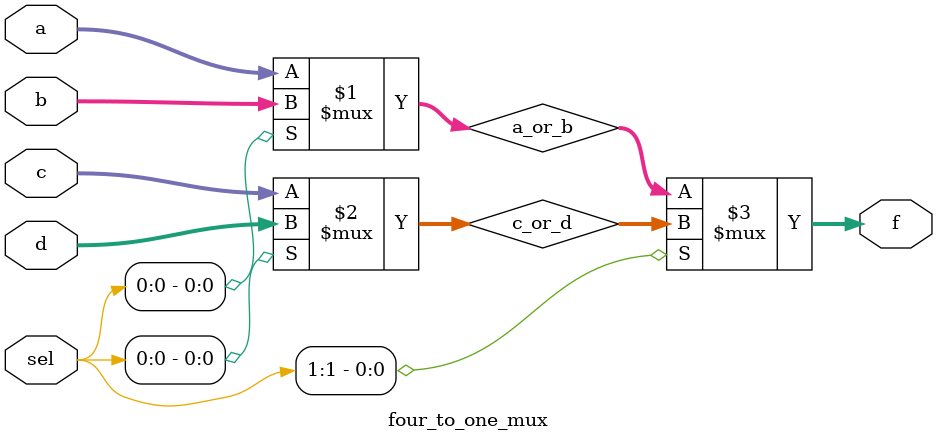
<source format=v>
module four_to_one_mux(sel, a, b, c, d, f);

input [1:0] sel;
input [31:0] a, b, c, d;
output [31:0] f;

wire [31:0] a_or_b, c_or_d;
assign a_or_b = (sel[0]) ? b : a;
assign c_or_d = (sel[0]) ? d : c;
assign f = (sel[1]) ? c_or_d : a_or_b;

endmodule


</source>
